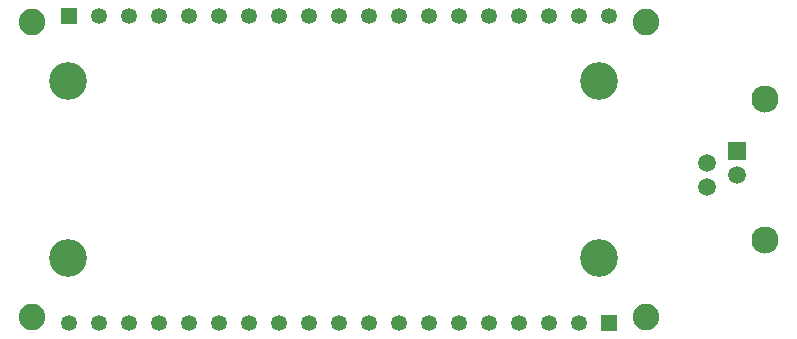
<source format=gbr>
%TF.GenerationSoftware,KiCad,Pcbnew,(6.0.7)*%
%TF.CreationDate,2022-11-27T14:48:19+01:00*%
%TF.ProjectId,LOOCBaseSystem,4c4f4f43-4261-4736-9553-797374656d2e,rev?*%
%TF.SameCoordinates,Original*%
%TF.FileFunction,Soldermask,Bot*%
%TF.FilePolarity,Negative*%
%FSLAX46Y46*%
G04 Gerber Fmt 4.6, Leading zero omitted, Abs format (unit mm)*
G04 Created by KiCad (PCBNEW (6.0.7)) date 2022-11-27 14:48:19*
%MOMM*%
%LPD*%
G01*
G04 APERTURE LIST*
%ADD10C,3.200000*%
%ADD11C,1.350000*%
%ADD12R,1.350000X1.350000*%
%ADD13C,2.250000*%
%ADD14C,2.300000*%
%ADD15R,1.500000X1.500000*%
%ADD16C,1.500000*%
G04 APERTURE END LIST*
D10*
%TO.C,H4*%
X105000000Y-107500000D03*
%TD*%
%TO.C,H3*%
X105000000Y-122500000D03*
%TD*%
%TO.C,H2*%
X150000000Y-122500000D03*
%TD*%
%TO.C,H1*%
X150000000Y-107500000D03*
%TD*%
D11*
%TO.C,U1*%
X150860000Y-102000000D03*
X148320000Y-102000000D03*
D12*
X105140000Y-102000000D03*
D11*
X145780000Y-102000000D03*
X143240000Y-102000000D03*
X140700000Y-102000000D03*
X138160000Y-102000000D03*
X135620000Y-102000000D03*
X133080000Y-102000000D03*
X130540000Y-102000000D03*
X128000000Y-102000000D03*
X125460000Y-102000000D03*
X122920000Y-102000000D03*
X120380000Y-102000000D03*
X117840000Y-102000000D03*
X115300000Y-102000000D03*
X112760000Y-102000000D03*
X110220000Y-102000000D03*
X107680000Y-102000000D03*
X105140000Y-128000000D03*
X107680000Y-128000000D03*
X110220000Y-128000000D03*
X112760000Y-128000000D03*
X115300000Y-128000000D03*
X117840000Y-128000000D03*
X120380000Y-128000000D03*
X122920000Y-128000000D03*
X125460000Y-128000000D03*
X128000000Y-128000000D03*
X130540000Y-128000000D03*
X133080000Y-128000000D03*
X135620000Y-128000000D03*
X138160000Y-128000000D03*
X140700000Y-128000000D03*
X143240000Y-128000000D03*
X145780000Y-128000000D03*
X148320000Y-128000000D03*
D12*
X150860000Y-128000000D03*
D13*
X102000000Y-102500000D03*
X102000000Y-127500000D03*
X154000000Y-102500000D03*
X154000000Y-127500000D03*
%TD*%
D14*
%TO.C,J1*%
X164000000Y-121000000D03*
X164000000Y-109000000D03*
D15*
X161700000Y-113470000D03*
D16*
X159160000Y-114490000D03*
X161700000Y-115510000D03*
X159160000Y-116530000D03*
%TD*%
M02*

</source>
